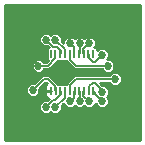
<source format=gbl>
G75*
%MOIN*%
%OFA0B0*%
%FSLAX25Y25*%
%IPPOS*%
%LPD*%
%AMOC8*
5,1,8,0,0,1.08239X$1,22.5*
%
%ADD10R,0.00787X0.02756*%
%ADD11C,0.01000*%
%ADD12C,0.02700*%
%ADD13C,0.00600*%
D10*
X0019327Y0020500D03*
X0020902Y0020500D03*
X0022476Y0020500D03*
X0024051Y0020500D03*
X0025626Y0020500D03*
X0027201Y0020500D03*
X0028776Y0020500D03*
X0030350Y0020500D03*
X0031925Y0020500D03*
X0033500Y0020500D03*
X0033500Y0032626D03*
X0031846Y0032626D03*
X0030272Y0032626D03*
X0028697Y0032626D03*
X0027122Y0032626D03*
X0025547Y0032626D03*
X0023972Y0032626D03*
X0022398Y0032626D03*
X0020823Y0032626D03*
X0019248Y0032626D03*
D11*
X0004000Y0049000D02*
X0004000Y0004000D01*
X0049000Y0004000D01*
X0049000Y0049000D01*
X0004000Y0049000D01*
X0004000Y0048245D02*
X0049000Y0048245D01*
X0049000Y0047247D02*
X0004000Y0047247D01*
X0004000Y0046248D02*
X0049000Y0046248D01*
X0049000Y0045250D02*
X0004000Y0045250D01*
X0004000Y0044251D02*
X0049000Y0044251D01*
X0049000Y0043253D02*
X0004000Y0043253D01*
X0004000Y0042254D02*
X0049000Y0042254D01*
X0049000Y0041256D02*
X0004000Y0041256D01*
X0004000Y0040257D02*
X0049000Y0040257D01*
X0049000Y0039259D02*
X0022173Y0039259D01*
X0021682Y0039750D02*
X0019818Y0039750D01*
X0019187Y0039119D01*
X0018557Y0039750D01*
X0016693Y0039750D01*
X0015375Y0038432D01*
X0015375Y0036568D01*
X0016693Y0035250D01*
X0018178Y0035250D01*
X0018524Y0034904D01*
X0018482Y0034904D01*
X0017954Y0034377D01*
X0017954Y0030875D01*
X0018316Y0030513D01*
X0017753Y0029950D01*
X0017107Y0029950D01*
X0016057Y0031000D01*
X0014193Y0031000D01*
X0012875Y0029682D01*
X0012875Y0027818D01*
X0014193Y0026500D01*
X0016057Y0026500D01*
X0017107Y0027550D01*
X0018747Y0027550D01*
X0021545Y0030348D01*
X0021589Y0030348D01*
X0021610Y0030369D01*
X0021631Y0030348D01*
X0023164Y0030348D01*
X0023185Y0030369D01*
X0023206Y0030348D01*
X0024550Y0030348D01*
X0024550Y0030128D01*
X0026425Y0028253D01*
X0027128Y0027550D01*
X0036268Y0027550D01*
X0037318Y0026500D01*
X0039182Y0026500D01*
X0040500Y0027818D01*
X0040500Y0029682D01*
X0039182Y0031000D01*
X0038057Y0031000D01*
X0038625Y0031568D01*
X0038625Y0033432D01*
X0037307Y0034750D01*
X0035443Y0034750D01*
X0034794Y0034101D01*
X0034794Y0034377D01*
X0034266Y0034904D01*
X0033836Y0034904D01*
X0034250Y0035318D01*
X0034250Y0037182D01*
X0032932Y0038500D01*
X0031068Y0038500D01*
X0030437Y0037869D01*
X0029807Y0038500D01*
X0027943Y0038500D01*
X0027312Y0037869D01*
X0026682Y0038500D01*
X0024818Y0038500D01*
X0023500Y0037182D01*
X0023500Y0036447D01*
X0023000Y0036947D01*
X0023000Y0038432D01*
X0021682Y0039750D01*
X0023000Y0038260D02*
X0024578Y0038260D01*
X0023580Y0037262D02*
X0023000Y0037262D01*
X0026922Y0038260D02*
X0027703Y0038260D01*
X0030047Y0038260D02*
X0030828Y0038260D01*
X0033172Y0038260D02*
X0049000Y0038260D01*
X0049000Y0037262D02*
X0034170Y0037262D01*
X0034250Y0036263D02*
X0049000Y0036263D01*
X0049000Y0035265D02*
X0034197Y0035265D01*
X0034794Y0034266D02*
X0034959Y0034266D01*
X0037791Y0034266D02*
X0049000Y0034266D01*
X0049000Y0033268D02*
X0038625Y0033268D01*
X0038625Y0032269D02*
X0049000Y0032269D01*
X0049000Y0031271D02*
X0038328Y0031271D01*
X0039910Y0030272D02*
X0049000Y0030272D01*
X0049000Y0029274D02*
X0040500Y0029274D01*
X0040500Y0028275D02*
X0049000Y0028275D01*
X0049000Y0027277D02*
X0039959Y0027277D01*
X0039818Y0026625D02*
X0038768Y0025575D01*
X0027128Y0025575D01*
X0026425Y0024872D01*
X0024550Y0022997D01*
X0024550Y0022778D01*
X0023285Y0022778D01*
X0023264Y0022757D01*
X0023243Y0022778D01*
X0021710Y0022778D01*
X0021689Y0022757D01*
X0021668Y0022778D01*
X0021544Y0022778D01*
X0019450Y0024872D01*
X0018747Y0025575D01*
X0016503Y0025575D01*
X0013803Y0022875D01*
X0012318Y0022875D01*
X0011000Y0021557D01*
X0011000Y0019693D01*
X0012318Y0018375D01*
X0014182Y0018375D01*
X0015500Y0019693D01*
X0015500Y0021178D01*
X0017497Y0023175D01*
X0017753Y0023175D01*
X0017931Y0022997D01*
X0017733Y0022799D01*
X0017535Y0022457D01*
X0017433Y0022075D01*
X0017433Y0020500D01*
X0019327Y0020500D01*
X0017433Y0020500D01*
X0017433Y0018925D01*
X0017535Y0018543D01*
X0017733Y0018201D01*
X0018012Y0017922D01*
X0018354Y0017724D01*
X0018589Y0017661D01*
X0018178Y0017250D01*
X0016693Y0017250D01*
X0015375Y0015932D01*
X0015375Y0014068D01*
X0016693Y0012750D01*
X0018557Y0012750D01*
X0019187Y0013381D01*
X0019818Y0012750D01*
X0021682Y0012750D01*
X0023000Y0014068D01*
X0023000Y0015553D01*
X0023500Y0016053D01*
X0023500Y0015943D01*
X0024818Y0014625D01*
X0026682Y0014625D01*
X0027312Y0015256D01*
X0027943Y0014625D01*
X0029807Y0014625D01*
X0030437Y0015256D01*
X0031068Y0014625D01*
X0032932Y0014625D01*
X0034187Y0015881D01*
X0035443Y0014625D01*
X0037307Y0014625D01*
X0038625Y0015943D01*
X0038625Y0017807D01*
X0037994Y0018438D01*
X0038625Y0019068D01*
X0038625Y0020932D01*
X0037307Y0022250D01*
X0036447Y0022250D01*
X0035522Y0023175D01*
X0038768Y0023175D01*
X0039818Y0022125D01*
X0041682Y0022125D01*
X0043000Y0023443D01*
X0043000Y0025307D01*
X0041682Y0026625D01*
X0039818Y0026625D01*
X0039471Y0026278D02*
X0004000Y0026278D01*
X0004000Y0025280D02*
X0016208Y0025280D01*
X0015209Y0024281D02*
X0004000Y0024281D01*
X0004000Y0023283D02*
X0014211Y0023283D01*
X0015608Y0021286D02*
X0017433Y0021286D01*
X0017433Y0020287D02*
X0015500Y0020287D01*
X0015096Y0019289D02*
X0017433Y0019289D01*
X0017681Y0018290D02*
X0004000Y0018290D01*
X0004000Y0017292D02*
X0018220Y0017292D01*
X0015736Y0016293D02*
X0004000Y0016293D01*
X0004000Y0015295D02*
X0015375Y0015295D01*
X0015375Y0014296D02*
X0004000Y0014296D01*
X0004000Y0013298D02*
X0016145Y0013298D01*
X0019105Y0013298D02*
X0019270Y0013298D01*
X0022230Y0013298D02*
X0049000Y0013298D01*
X0049000Y0014296D02*
X0023000Y0014296D01*
X0023000Y0015295D02*
X0024148Y0015295D01*
X0019327Y0020500D02*
X0019327Y0020500D01*
X0017489Y0022284D02*
X0016606Y0022284D01*
X0019042Y0025280D02*
X0026833Y0025280D01*
X0025834Y0024281D02*
X0020041Y0024281D01*
X0021039Y0023283D02*
X0024836Y0023283D01*
X0026403Y0028275D02*
X0019472Y0028275D01*
X0020471Y0029274D02*
X0025404Y0029274D01*
X0024550Y0030272D02*
X0021469Y0030272D01*
X0018075Y0030272D02*
X0016785Y0030272D01*
X0017954Y0031271D02*
X0004000Y0031271D01*
X0004000Y0032269D02*
X0017954Y0032269D01*
X0017954Y0033268D02*
X0004000Y0033268D01*
X0004000Y0034266D02*
X0017954Y0034266D01*
X0016678Y0035265D02*
X0004000Y0035265D01*
X0004000Y0036263D02*
X0015680Y0036263D01*
X0015375Y0037262D02*
X0004000Y0037262D01*
X0004000Y0038260D02*
X0015375Y0038260D01*
X0016202Y0039259D02*
X0004000Y0039259D01*
X0004000Y0030272D02*
X0013465Y0030272D01*
X0012875Y0029274D02*
X0004000Y0029274D01*
X0004000Y0028275D02*
X0012875Y0028275D01*
X0013416Y0027277D02*
X0004000Y0027277D01*
X0004000Y0022284D02*
X0011727Y0022284D01*
X0011000Y0021286D02*
X0004000Y0021286D01*
X0004000Y0020287D02*
X0011000Y0020287D01*
X0011404Y0019289D02*
X0004000Y0019289D01*
X0004000Y0012299D02*
X0049000Y0012299D01*
X0049000Y0011301D02*
X0004000Y0011301D01*
X0004000Y0010302D02*
X0049000Y0010302D01*
X0049000Y0009303D02*
X0004000Y0009303D01*
X0004000Y0008305D02*
X0049000Y0008305D01*
X0049000Y0007306D02*
X0004000Y0007306D01*
X0004000Y0006308D02*
X0049000Y0006308D01*
X0049000Y0005309D02*
X0004000Y0005309D01*
X0004000Y0004311D02*
X0049000Y0004311D01*
X0049000Y0015295D02*
X0037977Y0015295D01*
X0038625Y0016293D02*
X0049000Y0016293D01*
X0049000Y0017292D02*
X0038625Y0017292D01*
X0038142Y0018290D02*
X0049000Y0018290D01*
X0049000Y0019289D02*
X0038625Y0019289D01*
X0038625Y0020287D02*
X0049000Y0020287D01*
X0049000Y0021286D02*
X0038271Y0021286D01*
X0039659Y0022284D02*
X0036413Y0022284D01*
X0036541Y0027277D02*
X0016834Y0027277D01*
X0019048Y0039259D02*
X0019327Y0039259D01*
X0041841Y0022284D02*
X0049000Y0022284D01*
X0049000Y0023283D02*
X0042840Y0023283D01*
X0043000Y0024281D02*
X0049000Y0024281D01*
X0049000Y0025280D02*
X0043000Y0025280D01*
X0042029Y0026278D02*
X0049000Y0026278D01*
X0034773Y0015295D02*
X0033602Y0015295D01*
D12*
X0032000Y0016875D03*
X0028875Y0016875D03*
X0025750Y0016875D03*
X0020750Y0015000D03*
X0017625Y0015000D03*
X0013250Y0020625D03*
X0012625Y0024375D03*
X0015125Y0028750D03*
X0017625Y0037500D03*
X0020750Y0037500D03*
X0025750Y0036250D03*
X0028875Y0036250D03*
X0032000Y0036250D03*
X0036375Y0032500D03*
X0038250Y0028750D03*
X0040750Y0024375D03*
X0036375Y0020000D03*
X0036375Y0016875D03*
D13*
X0033875Y0019375D01*
X0033875Y0020000D01*
X0033500Y0020500D01*
X0032000Y0020625D02*
X0032000Y0021875D01*
X0033250Y0023125D01*
X0033875Y0023125D01*
X0036375Y0020625D01*
X0036375Y0020000D01*
X0032000Y0020625D02*
X0031925Y0020500D01*
X0030350Y0020500D02*
X0030125Y0020000D01*
X0030125Y0018750D01*
X0032000Y0016875D01*
X0028875Y0016875D02*
X0028875Y0020000D01*
X0028776Y0020500D01*
X0027201Y0020500D02*
X0027000Y0020000D01*
X0027000Y0018125D01*
X0025750Y0016875D01*
X0023875Y0018125D02*
X0020750Y0015000D01*
X0020750Y0017500D02*
X0020125Y0017500D01*
X0017625Y0015000D01*
X0020750Y0017500D02*
X0022625Y0019375D01*
X0022625Y0020000D01*
X0022476Y0020500D01*
X0023875Y0020000D02*
X0024051Y0020500D01*
X0023875Y0020000D02*
X0023875Y0018125D01*
X0025626Y0020500D02*
X0025750Y0020625D01*
X0025750Y0022500D01*
X0027625Y0024375D01*
X0040750Y0024375D01*
X0038250Y0028750D02*
X0027625Y0028750D01*
X0025750Y0030625D01*
X0025750Y0032500D01*
X0025547Y0032626D01*
X0027000Y0033125D02*
X0027122Y0032626D01*
X0027000Y0033125D02*
X0027000Y0035000D01*
X0025750Y0036250D01*
X0023875Y0034375D02*
X0020750Y0037500D01*
X0020125Y0035000D02*
X0017625Y0037500D01*
X0020125Y0035000D02*
X0021375Y0035000D01*
X0022625Y0033750D01*
X0022625Y0033125D01*
X0022398Y0032626D01*
X0023875Y0033125D02*
X0023875Y0034375D01*
X0023875Y0033125D02*
X0023972Y0032626D01*
X0020823Y0032626D02*
X0020750Y0032500D01*
X0020750Y0031250D01*
X0018250Y0028750D01*
X0015125Y0028750D01*
X0017000Y0024375D02*
X0013250Y0020625D01*
X0017000Y0024375D02*
X0018250Y0024375D01*
X0020750Y0021875D01*
X0020750Y0020625D01*
X0020902Y0020500D01*
X0032000Y0031250D02*
X0033250Y0030000D01*
X0033875Y0030000D01*
X0036375Y0032500D01*
X0032000Y0032500D02*
X0032000Y0031250D01*
X0032000Y0032500D02*
X0031846Y0032626D01*
X0030272Y0032626D02*
X0030125Y0033125D01*
X0030125Y0034375D01*
X0032000Y0036250D01*
X0028875Y0036250D02*
X0028875Y0033125D01*
X0028697Y0032626D01*
M02*

</source>
